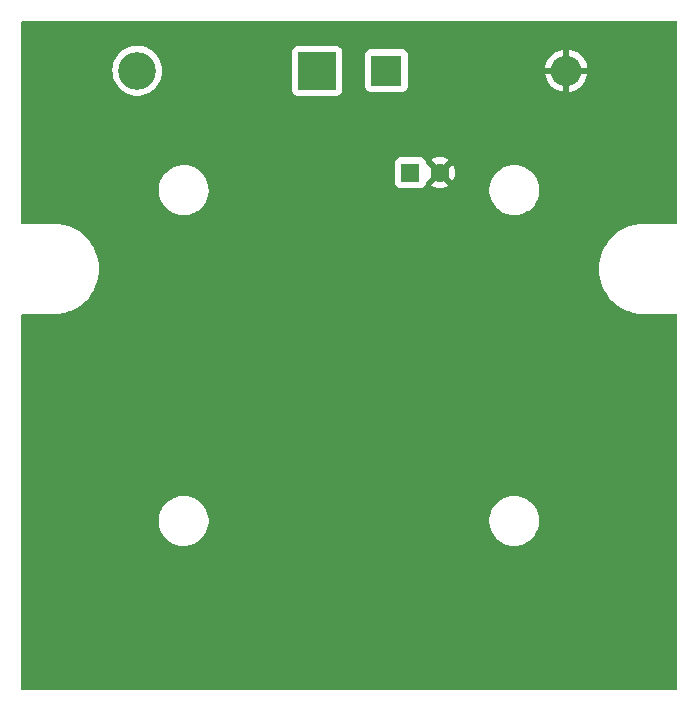
<source format=gbr>
%TF.GenerationSoftware,KiCad,Pcbnew,(6.0.1-0)*%
%TF.CreationDate,2022-01-18T10:49:35+01:00*%
%TF.ProjectId,pwm_driver,70776d5f-6472-4697-9665-722e6b696361,1*%
%TF.SameCoordinates,Original*%
%TF.FileFunction,Copper,L2,Bot*%
%TF.FilePolarity,Positive*%
%FSLAX46Y46*%
G04 Gerber Fmt 4.6, Leading zero omitted, Abs format (unit mm)*
G04 Created by KiCad (PCBNEW (6.0.1-0)) date 2022-01-18 10:49:35*
%MOMM*%
%LPD*%
G01*
G04 APERTURE LIST*
%TA.AperFunction,ComponentPad*%
%ADD10R,1.600000X1.600000*%
%TD*%
%TA.AperFunction,ComponentPad*%
%ADD11C,1.600000*%
%TD*%
%TA.AperFunction,ComponentPad*%
%ADD12R,2.600000X2.600000*%
%TD*%
%TA.AperFunction,ComponentPad*%
%ADD13O,2.600000X2.600000*%
%TD*%
%TA.AperFunction,ComponentPad*%
%ADD14R,3.200000X3.200000*%
%TD*%
%TA.AperFunction,ComponentPad*%
%ADD15O,3.200000X3.200000*%
%TD*%
%TA.AperFunction,ViaPad*%
%ADD16C,0.685800*%
%TD*%
G04 APERTURE END LIST*
D10*
%TO.P,C4,1*%
%TO.N,VCC*%
X106886000Y-95174000D03*
D11*
%TO.P,C4,2*%
%TO.N,GND*%
X109386000Y-95174000D03*
%TD*%
D12*
%TO.P,D2,1,A1*%
%TO.N,VCC*%
X104854000Y-86538000D03*
D13*
%TO.P,D2,2,A2*%
%TO.N,GND*%
X120094000Y-86538000D03*
%TD*%
D14*
%TO.P,D1,1,K*%
%TO.N,VCC*%
X99012000Y-86538000D03*
D15*
%TO.P,D1,2,A*%
%TO.N,/U_{In}*%
X83772000Y-86538000D03*
%TD*%
D16*
%TO.N,GND*%
X121110000Y-134036000D03*
X104854000Y-118034000D03*
X103076000Y-129210000D03*
X108156000Y-129210000D03*
X123904000Y-134036000D03*
X109680000Y-114986000D03*
X117300000Y-91110000D03*
X126952000Y-134036000D03*
X126952000Y-131496000D03*
X116538000Y-116510000D03*
X95456000Y-119050000D03*
X115522000Y-131496000D03*
X98250000Y-122352000D03*
X110950000Y-118034000D03*
X86820000Y-111430000D03*
X117300000Y-102540000D03*
X85296000Y-117272000D03*
X76914000Y-115494000D03*
X88090000Y-136830000D03*
X119332000Y-120574000D03*
X106886000Y-110414000D03*
X90630000Y-104826000D03*
X108156000Y-126924000D03*
X110950000Y-110414000D03*
X92154000Y-96952000D03*
X111458000Y-99238000D03*
X120348000Y-102540000D03*
X126952000Y-128702000D03*
X100790000Y-136830000D03*
X123396000Y-99238000D03*
X118062000Y-119304000D03*
X122888000Y-123876000D03*
X90630000Y-117272000D03*
X121110000Y-131496000D03*
X110950000Y-121082000D03*
X116792000Y-118034000D03*
X118316000Y-131496000D03*
X97996000Y-108382000D03*
X95710000Y-110668000D03*
X96980000Y-129210000D03*
X106886000Y-118034000D03*
X85296000Y-118796000D03*
X103076000Y-126924000D03*
X118316000Y-136576000D03*
X76914000Y-126162000D03*
X122888000Y-118034000D03*
X83264000Y-94158000D03*
X94948000Y-94158000D03*
X95964000Y-106604000D03*
X92662000Y-109144000D03*
X90376000Y-136830000D03*
X92154000Y-91364000D03*
X123396000Y-96444000D03*
X106886000Y-121082000D03*
X105616000Y-126924000D03*
X126444000Y-96444000D03*
X114252000Y-91110000D03*
X97996000Y-136830000D03*
X76914000Y-129972000D03*
X94186000Y-112192000D03*
X115014000Y-110414000D03*
X90630000Y-112700000D03*
X83010000Y-110668000D03*
X120348000Y-96444000D03*
X125936000Y-122606000D03*
X110950000Y-114478000D03*
X86058000Y-91364000D03*
X126952000Y-121336000D03*
X83264000Y-91364000D03*
X120348000Y-93904000D03*
X100028000Y-116256000D03*
X85296000Y-115748000D03*
X111458000Y-91110000D03*
X85042000Y-108382000D03*
X88090000Y-111430000D03*
X80216000Y-96952000D03*
X76914000Y-122352000D03*
X125174000Y-118034000D03*
X118316000Y-134036000D03*
X126952000Y-136576000D03*
X89106000Y-91364000D03*
X100028000Y-118034000D03*
X96726000Y-121082000D03*
X100028000Y-114732000D03*
X108918000Y-112446000D03*
X120348000Y-91110000D03*
X108156000Y-136576000D03*
X81232000Y-126162000D03*
X94186000Y-110668000D03*
X89360000Y-111430000D03*
X124666000Y-123876000D03*
X95964000Y-104826000D03*
X100028000Y-113208000D03*
X100536000Y-108382000D03*
X83264000Y-96952000D03*
X85042000Y-104826000D03*
X88090000Y-110160000D03*
X123904000Y-131496000D03*
X76914000Y-112446000D03*
X120348000Y-99238000D03*
X105616000Y-129210000D03*
X76914000Y-109398000D03*
X90630000Y-118796000D03*
X83010000Y-108382000D03*
X123904000Y-136576000D03*
X94186000Y-109144000D03*
X92154000Y-94158000D03*
X76914000Y-118796000D03*
X119332000Y-118034000D03*
X110950000Y-124130000D03*
X76914000Y-96952000D03*
X115522000Y-136576000D03*
X85042000Y-106604000D03*
X104854000Y-119558000D03*
X108156000Y-132004000D03*
X92662000Y-136830000D03*
X95456000Y-136830000D03*
X115522000Y-134036000D03*
X95710000Y-112192000D03*
X121110000Y-136576000D03*
X81232000Y-122352000D03*
%TD*%
%TA.AperFunction,Conductor*%
%TO.N,GND*%
G36*
X129434121Y-82345002D02*
G01*
X129480614Y-82398658D01*
X129492000Y-82451000D01*
X129492000Y-99366000D01*
X129471998Y-99434121D01*
X129418342Y-99480614D01*
X129366000Y-99492000D01*
X126748207Y-99492000D01*
X126727303Y-99490254D01*
X126718737Y-99488813D01*
X126707539Y-99486929D01*
X126701349Y-99486853D01*
X126699864Y-99486835D01*
X126699859Y-99486835D01*
X126695000Y-99486776D01*
X126690187Y-99487465D01*
X126685324Y-99487782D01*
X126685321Y-99487737D01*
X126682620Y-99487997D01*
X126436503Y-99500088D01*
X126322919Y-99505668D01*
X126322915Y-99505668D01*
X126319829Y-99505820D01*
X126200347Y-99523543D01*
X125951336Y-99560480D01*
X125951332Y-99560481D01*
X125948270Y-99560935D01*
X125945271Y-99561686D01*
X125945267Y-99561687D01*
X125764468Y-99606976D01*
X125583903Y-99652205D01*
X125581006Y-99653242D01*
X125580998Y-99653244D01*
X125420813Y-99710560D01*
X125230237Y-99778749D01*
X124890677Y-99939348D01*
X124888035Y-99940931D01*
X124888036Y-99940931D01*
X124571143Y-100130869D01*
X124571134Y-100130875D01*
X124568493Y-100132458D01*
X124566008Y-100134301D01*
X124331793Y-100308007D01*
X124266789Y-100356217D01*
X123988470Y-100608470D01*
X123736217Y-100886789D01*
X123512458Y-101188493D01*
X123510875Y-101191134D01*
X123510869Y-101191143D01*
X123392446Y-101388720D01*
X123319348Y-101510677D01*
X123158749Y-101850237D01*
X123032205Y-102203903D01*
X122940935Y-102568270D01*
X122885820Y-102939829D01*
X122867389Y-103315000D01*
X122885820Y-103690171D01*
X122940935Y-104061730D01*
X123032205Y-104426097D01*
X123158749Y-104779763D01*
X123319348Y-105119323D01*
X123320931Y-105121964D01*
X123510869Y-105438857D01*
X123510875Y-105438866D01*
X123512458Y-105441507D01*
X123736217Y-105743211D01*
X123988470Y-106021530D01*
X124266789Y-106273783D01*
X124269275Y-106275627D01*
X124269279Y-106275630D01*
X124456830Y-106414727D01*
X124568493Y-106497542D01*
X124571134Y-106499125D01*
X124571143Y-106499131D01*
X124868448Y-106677328D01*
X124890677Y-106690652D01*
X125230237Y-106851251D01*
X125420813Y-106919440D01*
X125580998Y-106976756D01*
X125581006Y-106976758D01*
X125583903Y-106977795D01*
X125764468Y-107023024D01*
X125945267Y-107068313D01*
X125945271Y-107068314D01*
X125948270Y-107069065D01*
X125951332Y-107069519D01*
X125951336Y-107069520D01*
X126118537Y-107094321D01*
X126319829Y-107124180D01*
X126322911Y-107124331D01*
X126322917Y-107124332D01*
X126666013Y-107141187D01*
X126672801Y-107141922D01*
X126672809Y-107141829D01*
X126677669Y-107142265D01*
X126682461Y-107143071D01*
X126688700Y-107143147D01*
X126690141Y-107143165D01*
X126690145Y-107143165D01*
X126695000Y-107143224D01*
X126722588Y-107139273D01*
X126740451Y-107138000D01*
X129366000Y-107138000D01*
X129434121Y-107158002D01*
X129480614Y-107211658D01*
X129492000Y-107264000D01*
X129492000Y-138843000D01*
X129471998Y-138911121D01*
X129418342Y-138957614D01*
X129366000Y-138969000D01*
X74024000Y-138969000D01*
X73955879Y-138948998D01*
X73909386Y-138895342D01*
X73898000Y-138843000D01*
X73898000Y-124779703D01*
X85585743Y-124779703D01*
X85623268Y-125064734D01*
X85699129Y-125342036D01*
X85811923Y-125606476D01*
X85959561Y-125853161D01*
X86139313Y-126077528D01*
X86347851Y-126275423D01*
X86581317Y-126443186D01*
X86585112Y-126445195D01*
X86585113Y-126445196D01*
X86606869Y-126456715D01*
X86835392Y-126577712D01*
X87105373Y-126676511D01*
X87386264Y-126737755D01*
X87414841Y-126740004D01*
X87609282Y-126755307D01*
X87609291Y-126755307D01*
X87611739Y-126755500D01*
X87767271Y-126755500D01*
X87769407Y-126755354D01*
X87769418Y-126755354D01*
X87977548Y-126741165D01*
X87977554Y-126741164D01*
X87981825Y-126740873D01*
X87986020Y-126740004D01*
X87986022Y-126740004D01*
X88122584Y-126711723D01*
X88263342Y-126682574D01*
X88534343Y-126586607D01*
X88789812Y-126454750D01*
X88793313Y-126452289D01*
X88793317Y-126452287D01*
X88907418Y-126372095D01*
X89025023Y-126289441D01*
X89235622Y-126093740D01*
X89417713Y-125871268D01*
X89567927Y-125626142D01*
X89683483Y-125362898D01*
X89762244Y-125086406D01*
X89802751Y-124801784D01*
X89802845Y-124783951D01*
X89802867Y-124779703D01*
X113585743Y-124779703D01*
X113623268Y-125064734D01*
X113699129Y-125342036D01*
X113811923Y-125606476D01*
X113959561Y-125853161D01*
X114139313Y-126077528D01*
X114347851Y-126275423D01*
X114581317Y-126443186D01*
X114585112Y-126445195D01*
X114585113Y-126445196D01*
X114606869Y-126456715D01*
X114835392Y-126577712D01*
X115105373Y-126676511D01*
X115386264Y-126737755D01*
X115414841Y-126740004D01*
X115609282Y-126755307D01*
X115609291Y-126755307D01*
X115611739Y-126755500D01*
X115767271Y-126755500D01*
X115769407Y-126755354D01*
X115769418Y-126755354D01*
X115977548Y-126741165D01*
X115977554Y-126741164D01*
X115981825Y-126740873D01*
X115986020Y-126740004D01*
X115986022Y-126740004D01*
X116122584Y-126711723D01*
X116263342Y-126682574D01*
X116534343Y-126586607D01*
X116789812Y-126454750D01*
X116793313Y-126452289D01*
X116793317Y-126452287D01*
X116907418Y-126372095D01*
X117025023Y-126289441D01*
X117235622Y-126093740D01*
X117417713Y-125871268D01*
X117567927Y-125626142D01*
X117683483Y-125362898D01*
X117762244Y-125086406D01*
X117802751Y-124801784D01*
X117802845Y-124783951D01*
X117804235Y-124518583D01*
X117804235Y-124518576D01*
X117804257Y-124514297D01*
X117766732Y-124229266D01*
X117690871Y-123951964D01*
X117578077Y-123687524D01*
X117430439Y-123440839D01*
X117250687Y-123216472D01*
X117042149Y-123018577D01*
X116808683Y-122850814D01*
X116786843Y-122839250D01*
X116763654Y-122826972D01*
X116554608Y-122716288D01*
X116284627Y-122617489D01*
X116003736Y-122556245D01*
X115972685Y-122553801D01*
X115780718Y-122538693D01*
X115780709Y-122538693D01*
X115778261Y-122538500D01*
X115622729Y-122538500D01*
X115620593Y-122538646D01*
X115620582Y-122538646D01*
X115412452Y-122552835D01*
X115412446Y-122552836D01*
X115408175Y-122553127D01*
X115403980Y-122553996D01*
X115403978Y-122553996D01*
X115267416Y-122582277D01*
X115126658Y-122611426D01*
X114855657Y-122707393D01*
X114600188Y-122839250D01*
X114596687Y-122841711D01*
X114596683Y-122841713D01*
X114586594Y-122848804D01*
X114364977Y-123004559D01*
X114154378Y-123200260D01*
X113972287Y-123422732D01*
X113822073Y-123667858D01*
X113706517Y-123931102D01*
X113627756Y-124207594D01*
X113587249Y-124492216D01*
X113587227Y-124496505D01*
X113587226Y-124496512D01*
X113585765Y-124775417D01*
X113585743Y-124779703D01*
X89802867Y-124779703D01*
X89804235Y-124518583D01*
X89804235Y-124518576D01*
X89804257Y-124514297D01*
X89766732Y-124229266D01*
X89690871Y-123951964D01*
X89578077Y-123687524D01*
X89430439Y-123440839D01*
X89250687Y-123216472D01*
X89042149Y-123018577D01*
X88808683Y-122850814D01*
X88786843Y-122839250D01*
X88763654Y-122826972D01*
X88554608Y-122716288D01*
X88284627Y-122617489D01*
X88003736Y-122556245D01*
X87972685Y-122553801D01*
X87780718Y-122538693D01*
X87780709Y-122538693D01*
X87778261Y-122538500D01*
X87622729Y-122538500D01*
X87620593Y-122538646D01*
X87620582Y-122538646D01*
X87412452Y-122552835D01*
X87412446Y-122552836D01*
X87408175Y-122553127D01*
X87403980Y-122553996D01*
X87403978Y-122553996D01*
X87267416Y-122582277D01*
X87126658Y-122611426D01*
X86855657Y-122707393D01*
X86600188Y-122839250D01*
X86596687Y-122841711D01*
X86596683Y-122841713D01*
X86586594Y-122848804D01*
X86364977Y-123004559D01*
X86154378Y-123200260D01*
X85972287Y-123422732D01*
X85822073Y-123667858D01*
X85706517Y-123931102D01*
X85627756Y-124207594D01*
X85587249Y-124492216D01*
X85587227Y-124496505D01*
X85587226Y-124496512D01*
X85585765Y-124775417D01*
X85585743Y-124779703D01*
X73898000Y-124779703D01*
X73898000Y-107264000D01*
X73918002Y-107195879D01*
X73971658Y-107149386D01*
X74024000Y-107138000D01*
X76641793Y-107138000D01*
X76662697Y-107139746D01*
X76682461Y-107143071D01*
X76688651Y-107143147D01*
X76690136Y-107143165D01*
X76690141Y-107143165D01*
X76695000Y-107143224D01*
X76699813Y-107142535D01*
X76704676Y-107142218D01*
X76704679Y-107142263D01*
X76707380Y-107142003D01*
X76953497Y-107129912D01*
X77067081Y-107124332D01*
X77067085Y-107124332D01*
X77070171Y-107124180D01*
X77189653Y-107106457D01*
X77438664Y-107069520D01*
X77438668Y-107069519D01*
X77441730Y-107069065D01*
X77444729Y-107068314D01*
X77444733Y-107068313D01*
X77625532Y-107023024D01*
X77806097Y-106977795D01*
X77808994Y-106976758D01*
X77809002Y-106976756D01*
X77969187Y-106919440D01*
X78159763Y-106851251D01*
X78499323Y-106690652D01*
X78521552Y-106677328D01*
X78818857Y-106499131D01*
X78818866Y-106499125D01*
X78821507Y-106497542D01*
X78933170Y-106414727D01*
X79120721Y-106275630D01*
X79120725Y-106275627D01*
X79123211Y-106273783D01*
X79401530Y-106021530D01*
X79653783Y-105743211D01*
X79877542Y-105441507D01*
X79879125Y-105438866D01*
X79879131Y-105438857D01*
X80069069Y-105121964D01*
X80070652Y-105119323D01*
X80231251Y-104779763D01*
X80357795Y-104426097D01*
X80449065Y-104061730D01*
X80504180Y-103690171D01*
X80522611Y-103315000D01*
X80504180Y-102939829D01*
X80449065Y-102568270D01*
X80357795Y-102203903D01*
X80231251Y-101850237D01*
X80070652Y-101510677D01*
X79997554Y-101388720D01*
X79879131Y-101191143D01*
X79879125Y-101191134D01*
X79877542Y-101188493D01*
X79653783Y-100886789D01*
X79401530Y-100608470D01*
X79123211Y-100356217D01*
X79058208Y-100308007D01*
X78823992Y-100134301D01*
X78821507Y-100132458D01*
X78818866Y-100130875D01*
X78818857Y-100130869D01*
X78501964Y-99940931D01*
X78501965Y-99940931D01*
X78499323Y-99939348D01*
X78159763Y-99778749D01*
X77969187Y-99710560D01*
X77809002Y-99653244D01*
X77808994Y-99653242D01*
X77806097Y-99652205D01*
X77625532Y-99606976D01*
X77444733Y-99561687D01*
X77444729Y-99561686D01*
X77441730Y-99560935D01*
X77438668Y-99560481D01*
X77438664Y-99560480D01*
X77271463Y-99535679D01*
X77070171Y-99505820D01*
X77067089Y-99505669D01*
X77067083Y-99505668D01*
X76723987Y-99488813D01*
X76717199Y-99488078D01*
X76717191Y-99488171D01*
X76712331Y-99487735D01*
X76707539Y-99486929D01*
X76701300Y-99486853D01*
X76699859Y-99486835D01*
X76699855Y-99486835D01*
X76695000Y-99486776D01*
X76670715Y-99490254D01*
X76667412Y-99490727D01*
X76649549Y-99492000D01*
X74024000Y-99492000D01*
X73955879Y-99471998D01*
X73909386Y-99418342D01*
X73898000Y-99366000D01*
X73898000Y-96779703D01*
X85585743Y-96779703D01*
X85623268Y-97064734D01*
X85699129Y-97342036D01*
X85811923Y-97606476D01*
X85959561Y-97853161D01*
X86139313Y-98077528D01*
X86347851Y-98275423D01*
X86581317Y-98443186D01*
X86585112Y-98445195D01*
X86585113Y-98445196D01*
X86606869Y-98456715D01*
X86835392Y-98577712D01*
X87105373Y-98676511D01*
X87386264Y-98737755D01*
X87414841Y-98740004D01*
X87609282Y-98755307D01*
X87609291Y-98755307D01*
X87611739Y-98755500D01*
X87767271Y-98755500D01*
X87769407Y-98755354D01*
X87769418Y-98755354D01*
X87977548Y-98741165D01*
X87977554Y-98741164D01*
X87981825Y-98740873D01*
X87986020Y-98740004D01*
X87986022Y-98740004D01*
X88122583Y-98711724D01*
X88263342Y-98682574D01*
X88534343Y-98586607D01*
X88789812Y-98454750D01*
X88793313Y-98452289D01*
X88793317Y-98452287D01*
X88907417Y-98372096D01*
X89025023Y-98289441D01*
X89235622Y-98093740D01*
X89417713Y-97871268D01*
X89567927Y-97626142D01*
X89683483Y-97362898D01*
X89762244Y-97086406D01*
X89802751Y-96801784D01*
X89802845Y-96783951D01*
X89802867Y-96779703D01*
X113585743Y-96779703D01*
X113623268Y-97064734D01*
X113699129Y-97342036D01*
X113811923Y-97606476D01*
X113959561Y-97853161D01*
X114139313Y-98077528D01*
X114347851Y-98275423D01*
X114581317Y-98443186D01*
X114585112Y-98445195D01*
X114585113Y-98445196D01*
X114606869Y-98456715D01*
X114835392Y-98577712D01*
X115105373Y-98676511D01*
X115386264Y-98737755D01*
X115414841Y-98740004D01*
X115609282Y-98755307D01*
X115609291Y-98755307D01*
X115611739Y-98755500D01*
X115767271Y-98755500D01*
X115769407Y-98755354D01*
X115769418Y-98755354D01*
X115977548Y-98741165D01*
X115977554Y-98741164D01*
X115981825Y-98740873D01*
X115986020Y-98740004D01*
X115986022Y-98740004D01*
X116122583Y-98711724D01*
X116263342Y-98682574D01*
X116534343Y-98586607D01*
X116789812Y-98454750D01*
X116793313Y-98452289D01*
X116793317Y-98452287D01*
X116907417Y-98372096D01*
X117025023Y-98289441D01*
X117235622Y-98093740D01*
X117417713Y-97871268D01*
X117567927Y-97626142D01*
X117683483Y-97362898D01*
X117762244Y-97086406D01*
X117802751Y-96801784D01*
X117802845Y-96783951D01*
X117804235Y-96518583D01*
X117804235Y-96518576D01*
X117804257Y-96514297D01*
X117798817Y-96472971D01*
X117780950Y-96337261D01*
X117766732Y-96229266D01*
X117690871Y-95951964D01*
X117578077Y-95687524D01*
X117493390Y-95546022D01*
X117432643Y-95444521D01*
X117432640Y-95444517D01*
X117430439Y-95440839D01*
X117250687Y-95216472D01*
X117042149Y-95018577D01*
X116808683Y-94850814D01*
X116786843Y-94839250D01*
X116716448Y-94801978D01*
X116554608Y-94716288D01*
X116284627Y-94617489D01*
X116003736Y-94556245D01*
X115972685Y-94553801D01*
X115780718Y-94538693D01*
X115780709Y-94538693D01*
X115778261Y-94538500D01*
X115622729Y-94538500D01*
X115620593Y-94538646D01*
X115620582Y-94538646D01*
X115412452Y-94552835D01*
X115412446Y-94552836D01*
X115408175Y-94553127D01*
X115403980Y-94553996D01*
X115403978Y-94553996D01*
X115267416Y-94582277D01*
X115126658Y-94611426D01*
X114855657Y-94707393D01*
X114600188Y-94839250D01*
X114596687Y-94841711D01*
X114596683Y-94841713D01*
X114586594Y-94848804D01*
X114364977Y-95004559D01*
X114349892Y-95018577D01*
X114168850Y-95186812D01*
X114154378Y-95200260D01*
X113972287Y-95422732D01*
X113822073Y-95667858D01*
X113820347Y-95671791D01*
X113820346Y-95671792D01*
X113716413Y-95908558D01*
X113706517Y-95931102D01*
X113627756Y-96207594D01*
X113618579Y-96272077D01*
X113590763Y-96467528D01*
X113587249Y-96492216D01*
X113587227Y-96496505D01*
X113587226Y-96496512D01*
X113585765Y-96775417D01*
X113585743Y-96779703D01*
X89802867Y-96779703D01*
X89804235Y-96518583D01*
X89804235Y-96518576D01*
X89804257Y-96514297D01*
X89798817Y-96472971D01*
X89780950Y-96337261D01*
X89766732Y-96229266D01*
X89710067Y-96022134D01*
X105577500Y-96022134D01*
X105584255Y-96084316D01*
X105635385Y-96220705D01*
X105722739Y-96337261D01*
X105839295Y-96424615D01*
X105975684Y-96475745D01*
X106037866Y-96482500D01*
X107734134Y-96482500D01*
X107796316Y-96475745D01*
X107932705Y-96424615D01*
X108049261Y-96337261D01*
X108107119Y-96260062D01*
X108664493Y-96260062D01*
X108673789Y-96272077D01*
X108724994Y-96307931D01*
X108734489Y-96313414D01*
X108931947Y-96405490D01*
X108942239Y-96409236D01*
X109152688Y-96465625D01*
X109163481Y-96467528D01*
X109380525Y-96486517D01*
X109391475Y-96486517D01*
X109608519Y-96467528D01*
X109619312Y-96465625D01*
X109829761Y-96409236D01*
X109840053Y-96405490D01*
X110037511Y-96313414D01*
X110047006Y-96307931D01*
X110099048Y-96271491D01*
X110107424Y-96261012D01*
X110100356Y-96247566D01*
X109398812Y-95546022D01*
X109384868Y-95538408D01*
X109383035Y-95538539D01*
X109376420Y-95542790D01*
X108670923Y-96248287D01*
X108664493Y-96260062D01*
X108107119Y-96260062D01*
X108136615Y-96220705D01*
X108187745Y-96084316D01*
X108194500Y-96022134D01*
X108194500Y-96018815D01*
X108218153Y-95951890D01*
X108264156Y-95916196D01*
X108263141Y-95914266D01*
X108274000Y-95908558D01*
X108274245Y-95908368D01*
X108274403Y-95908347D01*
X108312434Y-95888356D01*
X109013978Y-95186812D01*
X109020356Y-95175132D01*
X109750408Y-95175132D01*
X109750539Y-95176965D01*
X109754790Y-95183580D01*
X110460287Y-95889077D01*
X110472062Y-95895507D01*
X110484077Y-95886211D01*
X110519931Y-95835006D01*
X110525414Y-95825511D01*
X110617490Y-95628053D01*
X110621236Y-95617761D01*
X110677625Y-95407312D01*
X110679528Y-95396519D01*
X110698517Y-95179475D01*
X110698517Y-95168525D01*
X110679528Y-94951481D01*
X110677625Y-94940688D01*
X110621236Y-94730239D01*
X110617490Y-94719947D01*
X110525414Y-94522489D01*
X110519931Y-94512994D01*
X110483491Y-94460952D01*
X110473012Y-94452576D01*
X110459566Y-94459644D01*
X109758022Y-95161188D01*
X109750408Y-95175132D01*
X109020356Y-95175132D01*
X109021592Y-95172868D01*
X109021461Y-95171035D01*
X109017210Y-95164420D01*
X108311713Y-94458923D01*
X108269971Y-94436129D01*
X108259971Y-94433953D01*
X108209773Y-94383747D01*
X108194549Y-94330186D01*
X108194500Y-94329281D01*
X108194500Y-94325866D01*
X108187745Y-94263684D01*
X108136615Y-94127295D01*
X108106407Y-94086988D01*
X108664576Y-94086988D01*
X108671644Y-94100434D01*
X109373188Y-94801978D01*
X109387132Y-94809592D01*
X109388965Y-94809461D01*
X109395580Y-94805210D01*
X110101077Y-94099713D01*
X110107507Y-94087938D01*
X110098211Y-94075923D01*
X110047006Y-94040069D01*
X110037511Y-94034586D01*
X109840053Y-93942510D01*
X109829761Y-93938764D01*
X109619312Y-93882375D01*
X109608519Y-93880472D01*
X109391475Y-93861483D01*
X109380525Y-93861483D01*
X109163481Y-93880472D01*
X109152688Y-93882375D01*
X108942239Y-93938764D01*
X108931947Y-93942510D01*
X108734489Y-94034586D01*
X108724994Y-94040069D01*
X108672952Y-94076509D01*
X108664576Y-94086988D01*
X108106407Y-94086988D01*
X108049261Y-94010739D01*
X107932705Y-93923385D01*
X107796316Y-93872255D01*
X107734134Y-93865500D01*
X106037866Y-93865500D01*
X105975684Y-93872255D01*
X105839295Y-93923385D01*
X105722739Y-94010739D01*
X105635385Y-94127295D01*
X105584255Y-94263684D01*
X105577500Y-94325866D01*
X105577500Y-96022134D01*
X89710067Y-96022134D01*
X89690871Y-95951964D01*
X89578077Y-95687524D01*
X89493390Y-95546022D01*
X89432643Y-95444521D01*
X89432640Y-95444517D01*
X89430439Y-95440839D01*
X89250687Y-95216472D01*
X89042149Y-95018577D01*
X88808683Y-94850814D01*
X88786843Y-94839250D01*
X88716448Y-94801978D01*
X88554608Y-94716288D01*
X88284627Y-94617489D01*
X88003736Y-94556245D01*
X87972685Y-94553801D01*
X87780718Y-94538693D01*
X87780709Y-94538693D01*
X87778261Y-94538500D01*
X87622729Y-94538500D01*
X87620593Y-94538646D01*
X87620582Y-94538646D01*
X87412452Y-94552835D01*
X87412446Y-94552836D01*
X87408175Y-94553127D01*
X87403980Y-94553996D01*
X87403978Y-94553996D01*
X87267416Y-94582277D01*
X87126658Y-94611426D01*
X86855657Y-94707393D01*
X86600188Y-94839250D01*
X86596687Y-94841711D01*
X86596683Y-94841713D01*
X86586594Y-94848804D01*
X86364977Y-95004559D01*
X86349892Y-95018577D01*
X86168850Y-95186812D01*
X86154378Y-95200260D01*
X85972287Y-95422732D01*
X85822073Y-95667858D01*
X85820347Y-95671791D01*
X85820346Y-95671792D01*
X85716413Y-95908558D01*
X85706517Y-95931102D01*
X85627756Y-96207594D01*
X85618579Y-96272077D01*
X85590763Y-96467528D01*
X85587249Y-96492216D01*
X85587227Y-96496505D01*
X85587226Y-96496512D01*
X85585765Y-96775417D01*
X85585743Y-96779703D01*
X73898000Y-96779703D01*
X73898000Y-86515869D01*
X81658689Y-86515869D01*
X81675238Y-86802883D01*
X81676063Y-86807088D01*
X81676064Y-86807096D01*
X81693277Y-86894830D01*
X81730586Y-87084995D01*
X81731973Y-87089045D01*
X81731974Y-87089050D01*
X81822321Y-87352930D01*
X81823710Y-87356986D01*
X81952885Y-87613822D01*
X82115721Y-87850750D01*
X82118608Y-87853923D01*
X82118609Y-87853924D01*
X82204499Y-87948316D01*
X82309206Y-88063388D01*
X82312501Y-88066143D01*
X82312502Y-88066144D01*
X82520983Y-88240460D01*
X82529759Y-88247798D01*
X82773298Y-88400571D01*
X83035318Y-88518877D01*
X83039437Y-88520097D01*
X83306857Y-88599311D01*
X83306862Y-88599312D01*
X83310970Y-88600529D01*
X83315204Y-88601177D01*
X83315209Y-88601178D01*
X83549120Y-88636971D01*
X83595153Y-88644015D01*
X83741485Y-88646314D01*
X83878317Y-88648464D01*
X83878323Y-88648464D01*
X83882608Y-88648531D01*
X83886860Y-88648016D01*
X83886868Y-88648016D01*
X84163756Y-88614508D01*
X84163761Y-88614507D01*
X84168017Y-88613992D01*
X84264748Y-88588615D01*
X84441954Y-88542126D01*
X84441955Y-88542126D01*
X84446097Y-88541039D01*
X84711704Y-88431021D01*
X84902512Y-88319522D01*
X84956219Y-88288138D01*
X84956220Y-88288137D01*
X84959922Y-88285974D01*
X85087253Y-88186134D01*
X96903500Y-88186134D01*
X96910255Y-88248316D01*
X96961385Y-88384705D01*
X97048739Y-88501261D01*
X97165295Y-88588615D01*
X97301684Y-88639745D01*
X97363866Y-88646500D01*
X100660134Y-88646500D01*
X100722316Y-88639745D01*
X100858705Y-88588615D01*
X100975261Y-88501261D01*
X101062615Y-88384705D01*
X101113745Y-88248316D01*
X101120500Y-88186134D01*
X101120500Y-87886134D01*
X103045500Y-87886134D01*
X103052255Y-87948316D01*
X103103385Y-88084705D01*
X103190739Y-88201261D01*
X103307295Y-88288615D01*
X103443684Y-88339745D01*
X103505866Y-88346500D01*
X106202134Y-88346500D01*
X106264316Y-88339745D01*
X106400705Y-88288615D01*
X106517261Y-88201261D01*
X106604615Y-88084705D01*
X106655745Y-87948316D01*
X106662500Y-87886134D01*
X106662500Y-86811460D01*
X118304888Y-86811460D01*
X118345961Y-87017945D01*
X118348449Y-87026917D01*
X118436095Y-87271033D01*
X118439895Y-87279568D01*
X118562658Y-87508042D01*
X118567669Y-87515908D01*
X118722867Y-87723743D01*
X118728973Y-87730767D01*
X118913188Y-87913381D01*
X118920270Y-87919430D01*
X119129452Y-88072809D01*
X119137351Y-88077745D01*
X119366905Y-88198519D01*
X119375454Y-88202236D01*
X119620327Y-88287749D01*
X119629336Y-88290163D01*
X119822201Y-88326780D01*
X119835261Y-88325496D01*
X119839885Y-88310963D01*
X120348000Y-88310963D01*
X120352171Y-88325168D01*
X120364934Y-88327223D01*
X120419765Y-88321218D01*
X120428919Y-88319522D01*
X120679758Y-88253481D01*
X120688574Y-88250445D01*
X120926880Y-88148062D01*
X120935167Y-88143748D01*
X121155713Y-88007269D01*
X121163273Y-88001776D01*
X121361225Y-87834198D01*
X121367883Y-87827655D01*
X121538901Y-87632646D01*
X121544509Y-87625205D01*
X121684832Y-87407048D01*
X121689275Y-87398864D01*
X121795807Y-87162370D01*
X121798997Y-87153605D01*
X121869402Y-86903972D01*
X121871262Y-86894830D01*
X121882058Y-86809970D01*
X121879770Y-86795708D01*
X121866750Y-86792000D01*
X120366115Y-86792000D01*
X120350876Y-86796475D01*
X120349671Y-86797865D01*
X120348000Y-86805548D01*
X120348000Y-88310963D01*
X119839885Y-88310963D01*
X119840000Y-88310600D01*
X119840000Y-86810115D01*
X119835525Y-86794876D01*
X119834135Y-86793671D01*
X119826452Y-86792000D01*
X118319132Y-86792000D01*
X118306731Y-86795641D01*
X118304888Y-86811460D01*
X106662500Y-86811460D01*
X106662500Y-86265974D01*
X118304164Y-86265974D01*
X118306924Y-86280703D01*
X118319102Y-86284000D01*
X119821885Y-86284000D01*
X119837124Y-86279525D01*
X119838329Y-86278135D01*
X119840000Y-86270452D01*
X119840000Y-86265885D01*
X120348000Y-86265885D01*
X120352475Y-86281124D01*
X120353865Y-86282329D01*
X120361548Y-86284000D01*
X121870080Y-86284000D01*
X121884956Y-86279632D01*
X121886747Y-86269624D01*
X121886122Y-86265447D01*
X121828878Y-86012467D01*
X121826154Y-86003556D01*
X121732143Y-85761806D01*
X121728132Y-85753397D01*
X121599422Y-85528202D01*
X121594211Y-85520476D01*
X121433627Y-85316776D01*
X121427333Y-85309908D01*
X121238410Y-85132186D01*
X121231156Y-85126312D01*
X121018045Y-84978471D01*
X121010010Y-84973738D01*
X120777376Y-84859016D01*
X120768743Y-84855528D01*
X120521711Y-84776452D01*
X120512629Y-84774272D01*
X120365880Y-84750372D01*
X120352286Y-84752068D01*
X120348000Y-84766178D01*
X120348000Y-86265885D01*
X119840000Y-86265885D01*
X119840000Y-84765931D01*
X119835982Y-84752247D01*
X119822290Y-84750226D01*
X119721682Y-84763918D01*
X119712546Y-84765860D01*
X119463543Y-84838439D01*
X119454800Y-84841707D01*
X119219252Y-84950296D01*
X119211097Y-84954816D01*
X118994186Y-85097029D01*
X118986781Y-85102712D01*
X118793279Y-85275419D01*
X118786794Y-85282135D01*
X118620941Y-85481551D01*
X118615529Y-85489138D01*
X118480965Y-85710891D01*
X118476736Y-85719192D01*
X118376432Y-85958389D01*
X118373471Y-85967239D01*
X118309628Y-86218625D01*
X118308006Y-86227822D01*
X118304164Y-86265974D01*
X106662500Y-86265974D01*
X106662500Y-85189866D01*
X106655745Y-85127684D01*
X106604615Y-84991295D01*
X106517261Y-84874739D01*
X106400705Y-84787385D01*
X106264316Y-84736255D01*
X106202134Y-84729500D01*
X103505866Y-84729500D01*
X103443684Y-84736255D01*
X103307295Y-84787385D01*
X103190739Y-84874739D01*
X103103385Y-84991295D01*
X103052255Y-85127684D01*
X103045500Y-85189866D01*
X103045500Y-87886134D01*
X101120500Y-87886134D01*
X101120500Y-84889866D01*
X101113745Y-84827684D01*
X101062615Y-84691295D01*
X100975261Y-84574739D01*
X100858705Y-84487385D01*
X100722316Y-84436255D01*
X100660134Y-84429500D01*
X97363866Y-84429500D01*
X97301684Y-84436255D01*
X97165295Y-84487385D01*
X97048739Y-84574739D01*
X96961385Y-84691295D01*
X96910255Y-84827684D01*
X96903500Y-84889866D01*
X96903500Y-88186134D01*
X85087253Y-88186134D01*
X85186159Y-88108582D01*
X85209298Y-88084705D01*
X85316118Y-87974475D01*
X85386227Y-87902128D01*
X85388760Y-87898680D01*
X85388764Y-87898675D01*
X85553887Y-87673886D01*
X85556425Y-87670431D01*
X85693604Y-87417779D01*
X85749055Y-87271033D01*
X85793707Y-87152866D01*
X85793708Y-87152862D01*
X85795225Y-87148848D01*
X85859407Y-86868613D01*
X85865036Y-86805548D01*
X85884743Y-86584726D01*
X85884743Y-86584724D01*
X85884963Y-86582260D01*
X85885427Y-86538000D01*
X85867711Y-86278135D01*
X85866165Y-86255452D01*
X85866164Y-86255446D01*
X85865873Y-86251175D01*
X85861336Y-86229264D01*
X85808443Y-85973855D01*
X85807574Y-85969658D01*
X85711607Y-85698657D01*
X85619641Y-85520476D01*
X85581715Y-85446995D01*
X85581715Y-85446994D01*
X85579750Y-85443188D01*
X85566488Y-85424317D01*
X85416904Y-85211482D01*
X85414441Y-85207977D01*
X85218740Y-84997378D01*
X84996268Y-84815287D01*
X84751142Y-84665073D01*
X84733048Y-84657130D01*
X84491830Y-84551243D01*
X84487898Y-84549517D01*
X84461963Y-84542129D01*
X84215534Y-84471932D01*
X84215535Y-84471932D01*
X84211406Y-84470756D01*
X83988477Y-84439029D01*
X83931036Y-84430854D01*
X83931034Y-84430854D01*
X83926784Y-84430249D01*
X83922495Y-84430227D01*
X83922488Y-84430226D01*
X83643583Y-84428765D01*
X83643576Y-84428765D01*
X83639297Y-84428743D01*
X83635053Y-84429302D01*
X83635049Y-84429302D01*
X83509660Y-84445810D01*
X83354266Y-84466268D01*
X83350126Y-84467401D01*
X83350124Y-84467401D01*
X83288597Y-84484233D01*
X83076964Y-84542129D01*
X83073016Y-84543813D01*
X82816476Y-84653237D01*
X82816472Y-84653239D01*
X82812524Y-84654923D01*
X82763758Y-84684109D01*
X82569521Y-84800357D01*
X82569517Y-84800360D01*
X82565839Y-84802561D01*
X82341472Y-84982313D01*
X82143577Y-85190851D01*
X81975814Y-85424317D01*
X81841288Y-85678392D01*
X81742489Y-85948373D01*
X81681245Y-86229264D01*
X81658689Y-86515869D01*
X73898000Y-86515869D01*
X73898000Y-82451000D01*
X73918002Y-82382879D01*
X73971658Y-82336386D01*
X74024000Y-82325000D01*
X129366000Y-82325000D01*
X129434121Y-82345002D01*
G37*
%TD.AperFunction*%
%TD*%
M02*

</source>
